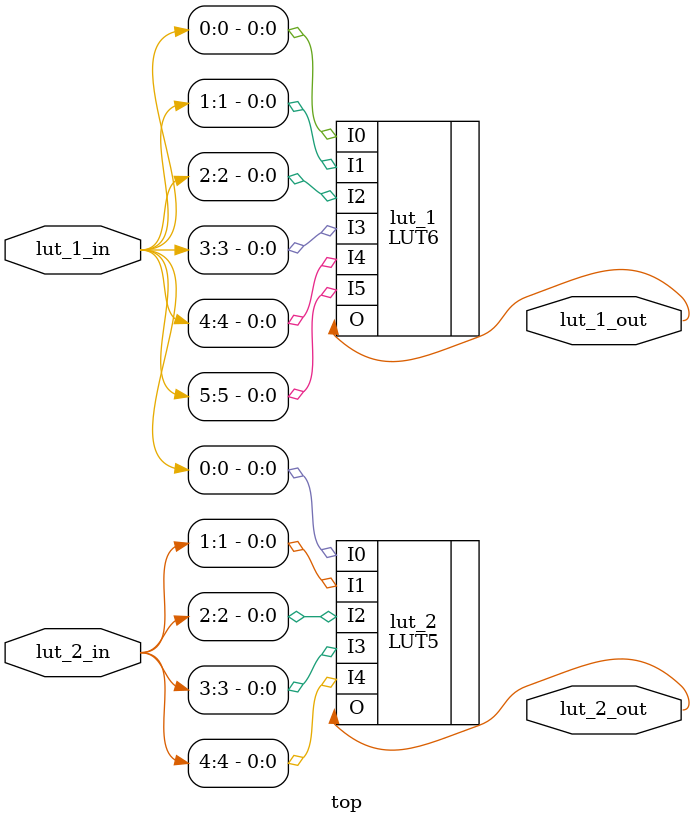
<source format=v>
module top(input [5:0] lut_1_in, input [4:0] lut_2_in, output lut_1_out, output lut_2_out);

(* keep *)
LUT6 #(.INIT(64'hFFFFFFFFFFFFFFFF)) lut_1 (
 .I0(lut_1_in[0]),
 .I1(lut_1_in[1]),
 .I2(lut_1_in[2]),
 .I3(lut_1_in[3]),
 .I4(lut_1_in[4]),
 .I5(lut_1_in[5]),
 .O(lut_1_out)
);

(* keep *)
LUT5 #(.INIT(32'h0)) lut_2 (
 .I0(lut_1_in[0]),
 .I1(lut_2_in[1]),
 .I2(lut_2_in[2]),
 .I3(lut_2_in[3]),
 .I4(lut_2_in[4]),
 .O(lut_2_out)
);

endmodule

</source>
